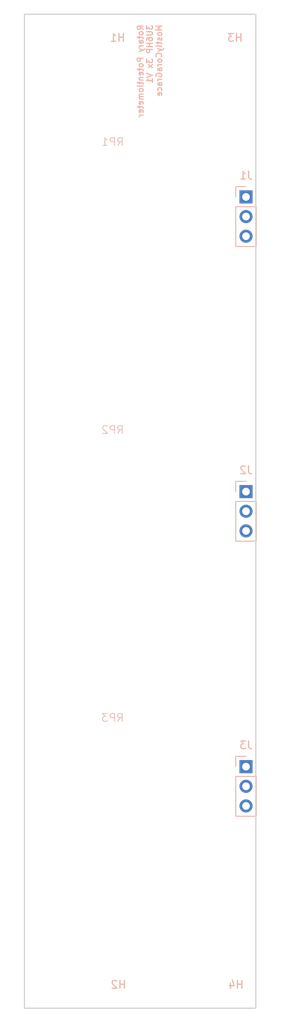
<source format=kicad_pcb>
(kicad_pcb (version 20240108) (generator "pcbnew") (generator_version "8.0")
  (layers (0 "F.Cu" signal) (31 "B.Cu" signal) (34 "B.Paste" user) (35 "F.Paste" user) (36 "B.SilkS" user "B.Silkscreen") (37 "F.SilkS" user "F.Silkscreen") (38 "B.Mask" user) (39 "F.Mask" user) (44 "Edge.Cuts" user))
  (net 0 "")
  (footprint "EXC:Rotary_Potentiometer_M7_Panel_Mount" (layer "F.Cu") (at 11.43 28.925)
    (property "Reference" "RP1" (at 0 -10 -0) (layer "B.SilkS") (effects (font (thickness 0.1)) (justify mirror)))
    (property "Value" "M7_Panel_Mount_Rotary_Potentiometer")
    (pad "" np_thru_hole circle (at 0 0) (size 7.5 7.5) (drill 7.5) (layers "F&B.Cu" "*.Mask"))
    (pad "" np_thru_hole circle (at 0 7.8) (size 3 3) (drill 3) (layers "F&B.Cu" "*.Mask"))
  )
  (footprint "EXC:Rotary_Potentiometer_M7_Panel_Mount" (layer "F.Cu") (at 11.43 103.375)
    (property "Reference" "RP3" (at 0 -10 -0) (layer "B.SilkS") (effects (font (thickness 0.1)) (justify mirror)))
    (property "Value" "M7_Panel_Mount_Rotary_Potentiometer")
    (pad "" np_thru_hole circle (at 0 0) (size 7.5 7.5) (drill 7.5) (layers "F&B.Cu" "*.Mask"))
    (pad "" np_thru_hole circle (at 0 7.8) (size 3 3) (drill 3) (layers "F&B.Cu" "*.Mask"))
  )
  (footprint "EXC:Rotary_Potentiometer_M7_Panel_Mount" (layer "F.Cu") (at 11.43 66.15)
    (property "Reference" "RP2" (at 0 -10 -0) (layer "B.SilkS") (effects (font (thickness 0.1)) (justify mirror)))
    (property "Value" "M7_Panel_Mount_Rotary_Potentiometer")
    (pad "" np_thru_hole circle (at 0 0) (size 7.5 7.5) (drill 7.5) (layers "F&B.Cu" "*.Mask"))
    (pad "" np_thru_hole circle (at 0 7.8) (size 3 3) (drill 3) (layers "F&B.Cu" "*.Mask"))
  )
  (footprint "EXC:MountingHole_3.2mm_M3" (layer "B.Cu") (at 22.86 127.925 180)
    (property "Reference" "H4" (at -4.572 0.036 0) (layer "B.SilkS") (effects (justify mirror)))
    (property "Value" "Eurorack_M3_MountingHole")
    (pad "" np_thru_hole oval (at 0 0 180) (size 4.8 3.2) (drill oval 4.8 3.2) (layers "F&B.Cu" "*.Mask"))
  )
  (footprint "EXC:MountingHole_3.2mm_M3" (layer "B.Cu") (at 7.61962 127.925 180)
    (property "Reference" "H2" (at -4.57162 0.036 0) (layer "B.SilkS") (effects (justify mirror)))
    (property "Value" "Eurorack_M3_MountingHole")
    (pad "" np_thru_hole oval (at 0 0 180) (size 4.8 3.2) (drill oval 4.8 3.2) (layers "F&B.Cu" "*.Mask"))
  )
  (footprint "Connector_PinSocket_2.54mm:PinSocket_1x03_P2.54mm_Vertical" (layer "B.Cu") (at 28.73 64.135 180)
    (property "Reference" "J2" (at 0 2.77 0) (layer "B.SilkS") (effects (justify mirror)))
    (property "Value" "Conn_01x03_Socket")
    (fp_line (start 1.33 1.33) (end 0 1.33) (stroke (width 0.12)) (layer "B.SilkS"))
    (fp_line (start 1.33 0) (end 1.33 1.33) (stroke (width 0.12)) (layer "B.SilkS"))
    (fp_line (start 1.33 -1.27) (end -1.33 -1.27) (stroke (width 0.12)) (layer "B.SilkS"))
    (fp_line (start 1.33 -6.41) (end 1.33 -1.27) (stroke (width 0.12)) (layer "B.SilkS"))
    (fp_line (start 1.33 -6.41) (end -1.33 -6.41) (stroke (width 0.12)) (layer "B.SilkS"))
    (fp_line (start -1.33 -6.41) (end -1.33 -1.27) (stroke (width 0.12)) (layer "B.SilkS"))
    (pad "1" thru_hole rect (at 0 0 180) (size 1.7 1.7) (drill 1) (layers "*.Cu" "*.Mask"))
    (pad "2" thru_hole oval (at 0 -2.54 180) (size 1.7 1.7) (drill 1) (layers "*.Cu" "*.Mask"))
    (pad "3" thru_hole oval (at 0 -5.08 180) (size 1.7 1.7) (drill 1) (layers "*.Cu" "*.Mask"))
  )
  (footprint "Connector_PinSocket_2.54mm:PinSocket_1x03_P2.54mm_Vertical" (layer "B.Cu") (at 28.73 99.695 180)
    (property "Reference" "J3" (at 0 2.77 0) (layer "B.SilkS") (effects (justify mirror)))
    (property "Value" "Conn_01x03_Socket")
    (fp_line (start 1.33 1.33) (end 0 1.33) (stroke (width 0.12)) (layer "B.SilkS"))
    (fp_line (start 1.33 0) (end 1.33 1.33) (stroke (width 0.12)) (layer "B.SilkS"))
    (fp_line (start 1.33 -1.27) (end -1.33 -1.27) (stroke (width 0.12)) (layer "B.SilkS"))
    (fp_line (start 1.33 -6.41) (end 1.33 -1.27) (stroke (width 0.12)) (layer "B.SilkS"))
    (fp_line (start 1.33 -6.41) (end -1.33 -6.41) (stroke (width 0.12)) (layer "B.SilkS"))
    (fp_line (start -1.33 -6.41) (end -1.33 -1.27) (stroke (width 0.12)) (layer "B.SilkS"))
    (pad "1" thru_hole rect (at 0 0 180) (size 1.7 1.7) (drill 1) (layers "*.Cu" "*.Mask"))
    (pad "2" thru_hole oval (at 0 -2.54 180) (size 1.7 1.7) (drill 1) (layers "*.Cu" "*.Mask"))
    (pad "3" thru_hole oval (at 0 -5.08 180) (size 1.7 1.7) (drill 1) (layers "*.Cu" "*.Mask"))
  )
  (footprint "EXC:MountingHole_3.2mm_M3" (layer "B.Cu") (at 22.86 5.425 180)
    (property "Reference" "H3" (at -4.445 -0.036 0) (layer "B.SilkS") (effects (justify mirror)))
    (property "Value" "Eurorack_M3_MountingHole")
    (pad "" np_thru_hole oval (at 0 0 180) (size 4.8 3.2) (drill oval 4.8 3.2) (layers "F&B.Cu" "*.Mask"))
  )
  (footprint "EXC:MountingHole_3.2mm_M3" (layer "B.Cu") (at 7.61962 5.425 180)
    (property "Reference" "H1" (at -4.44462 -0.036 0) (layer "B.SilkS") (effects (justify mirror)))
    (property "Value" "Eurorack_M3_MountingHole")
    (pad "" np_thru_hole oval (at 0 0 180) (size 4.8 3.2) (drill oval 4.8 3.2) (layers "F&B.Cu" "*.Mask"))
  )
  (footprint "Connector_PinSocket_2.54mm:PinSocket_1x03_P2.54mm_Vertical" (layer "B.Cu") (at 28.73 26.035 180)
    (property "Reference" "J1" (at 0 2.77 0) (layer "B.SilkS") (effects (justify mirror)))
    (property "Value" "Conn_01x03_Socket")
    (fp_line (start 1.33 1.33) (end 0 1.33) (stroke (width 0.12)) (layer "B.SilkS"))
    (fp_line (start 1.33 0) (end 1.33 1.33) (stroke (width 0.12)) (layer "B.SilkS"))
    (fp_line (start 1.33 -1.27) (end -1.33 -1.27) (stroke (width 0.12)) (layer "B.SilkS"))
    (fp_line (start 1.33 -6.41) (end 1.33 -1.27) (stroke (width 0.12)) (layer "B.SilkS"))
    (fp_line (start 1.33 -6.41) (end -1.33 -6.41) (stroke (width 0.12)) (layer "B.SilkS"))
    (fp_line (start -1.33 -6.41) (end -1.33 -1.27) (stroke (width 0.12)) (layer "B.SilkS"))
    (pad "1" thru_hole rect (at 0 0 180) (size 1.7 1.7) (drill 1) (layers "*.Cu" "*.Mask"))
    (pad "2" thru_hole oval (at 0 -2.54 180) (size 1.7 1.7) (drill 1) (layers "*.Cu" "*.Mask"))
    (pad "3" thru_hole oval (at 0 -5.08 180) (size 1.7 1.7) (drill 1) (layers "*.Cu" "*.Mask"))
  )
  (gr_rect (start 0 2.425) (end 30 130.925) (stroke (width 0.15)) (fill none) (layer "Edge.Cuts"))
  (gr_text "Rotary Potentiometer\n3U6HP 3x V1\nMostlyCoraGrace" (at 14.605 3.683 90) (layer "B.SilkS") (effects (font (size 0.75 0.75) (thickness 0.15) (bold yes)) (justify left top mirror)))
)
</source>
